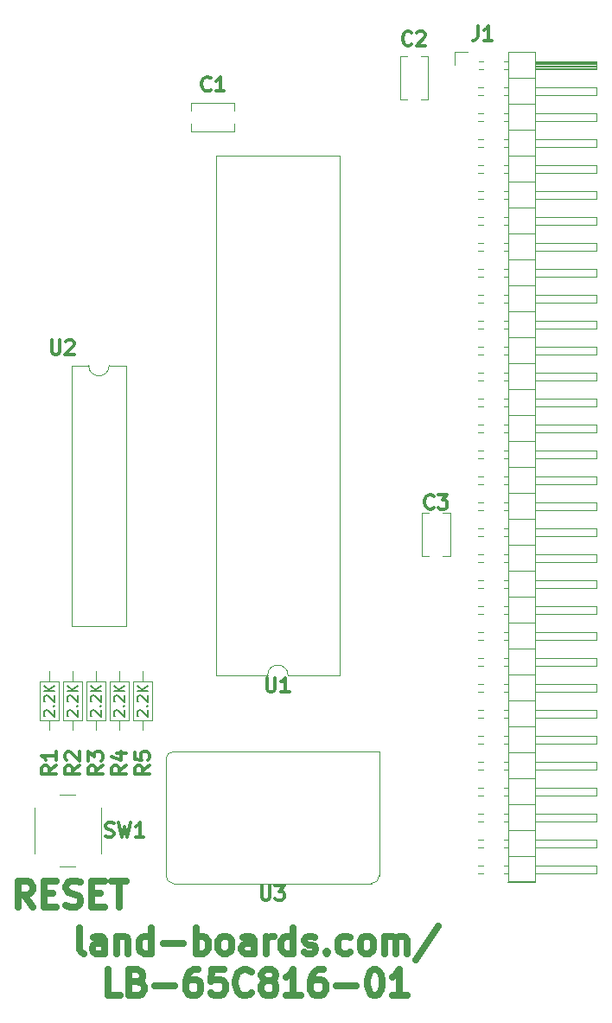
<source format=gto>
G04 #@! TF.GenerationSoftware,KiCad,Pcbnew,(6.0.1)*
G04 #@! TF.CreationDate,2022-09-09T17:08:23-04:00*
G04 #@! TF.ProjectId,LB-65C816-01,4c422d36-3543-4383-9136-2d30312e6b69,1*
G04 #@! TF.SameCoordinates,Original*
G04 #@! TF.FileFunction,Legend,Top*
G04 #@! TF.FilePolarity,Positive*
%FSLAX46Y46*%
G04 Gerber Fmt 4.6, Leading zero omitted, Abs format (unit mm)*
G04 Created by KiCad (PCBNEW (6.0.1)) date 2022-09-09 17:08:23*
%MOMM*%
%LPD*%
G01*
G04 APERTURE LIST*
%ADD10C,0.635000*%
%ADD11C,0.349250*%
%ADD12C,0.150000*%
%ADD13C,0.120000*%
G04 APERTURE END LIST*
D10*
X134740952Y-137039047D02*
X133894285Y-135829523D01*
X133289523Y-137039047D02*
X133289523Y-134499047D01*
X134257142Y-134499047D01*
X134499047Y-134620000D01*
X134620000Y-134740952D01*
X134740952Y-134982857D01*
X134740952Y-135345714D01*
X134620000Y-135587619D01*
X134499047Y-135708571D01*
X134257142Y-135829523D01*
X133289523Y-135829523D01*
X135829523Y-135708571D02*
X136676190Y-135708571D01*
X137039047Y-137039047D02*
X135829523Y-137039047D01*
X135829523Y-134499047D01*
X137039047Y-134499047D01*
X138006666Y-136918095D02*
X138369523Y-137039047D01*
X138974285Y-137039047D01*
X139216190Y-136918095D01*
X139337142Y-136797142D01*
X139458095Y-136555238D01*
X139458095Y-136313333D01*
X139337142Y-136071428D01*
X139216190Y-135950476D01*
X138974285Y-135829523D01*
X138490476Y-135708571D01*
X138248571Y-135587619D01*
X138127619Y-135466666D01*
X138006666Y-135224761D01*
X138006666Y-134982857D01*
X138127619Y-134740952D01*
X138248571Y-134620000D01*
X138490476Y-134499047D01*
X139095238Y-134499047D01*
X139458095Y-134620000D01*
X140546666Y-135708571D02*
X141393333Y-135708571D01*
X141756190Y-137039047D02*
X140546666Y-137039047D01*
X140546666Y-134499047D01*
X141756190Y-134499047D01*
X142481904Y-134499047D02*
X143933333Y-134499047D01*
X143207619Y-137039047D02*
X143207619Y-134499047D01*
X139724190Y-141598347D02*
X139482285Y-141477395D01*
X139361333Y-141235490D01*
X139361333Y-139058347D01*
X141780380Y-141598347D02*
X141780380Y-140267871D01*
X141659428Y-140025966D01*
X141417523Y-139905014D01*
X140933714Y-139905014D01*
X140691809Y-140025966D01*
X141780380Y-141477395D02*
X141538476Y-141598347D01*
X140933714Y-141598347D01*
X140691809Y-141477395D01*
X140570857Y-141235490D01*
X140570857Y-140993585D01*
X140691809Y-140751680D01*
X140933714Y-140630728D01*
X141538476Y-140630728D01*
X141780380Y-140509776D01*
X142989904Y-139905014D02*
X142989904Y-141598347D01*
X142989904Y-140146919D02*
X143110857Y-140025966D01*
X143352761Y-139905014D01*
X143715619Y-139905014D01*
X143957523Y-140025966D01*
X144078476Y-140267871D01*
X144078476Y-141598347D01*
X146376571Y-141598347D02*
X146376571Y-139058347D01*
X146376571Y-141477395D02*
X146134666Y-141598347D01*
X145650857Y-141598347D01*
X145408952Y-141477395D01*
X145288000Y-141356442D01*
X145167047Y-141114538D01*
X145167047Y-140388823D01*
X145288000Y-140146919D01*
X145408952Y-140025966D01*
X145650857Y-139905014D01*
X146134666Y-139905014D01*
X146376571Y-140025966D01*
X147586095Y-140630728D02*
X149521333Y-140630728D01*
X150730857Y-141598347D02*
X150730857Y-139058347D01*
X150730857Y-140025966D02*
X150972761Y-139905014D01*
X151456571Y-139905014D01*
X151698476Y-140025966D01*
X151819428Y-140146919D01*
X151940380Y-140388823D01*
X151940380Y-141114538D01*
X151819428Y-141356442D01*
X151698476Y-141477395D01*
X151456571Y-141598347D01*
X150972761Y-141598347D01*
X150730857Y-141477395D01*
X153391809Y-141598347D02*
X153149904Y-141477395D01*
X153028952Y-141356442D01*
X152908000Y-141114538D01*
X152908000Y-140388823D01*
X153028952Y-140146919D01*
X153149904Y-140025966D01*
X153391809Y-139905014D01*
X153754666Y-139905014D01*
X153996571Y-140025966D01*
X154117523Y-140146919D01*
X154238476Y-140388823D01*
X154238476Y-141114538D01*
X154117523Y-141356442D01*
X153996571Y-141477395D01*
X153754666Y-141598347D01*
X153391809Y-141598347D01*
X156415619Y-141598347D02*
X156415619Y-140267871D01*
X156294666Y-140025966D01*
X156052761Y-139905014D01*
X155568952Y-139905014D01*
X155327047Y-140025966D01*
X156415619Y-141477395D02*
X156173714Y-141598347D01*
X155568952Y-141598347D01*
X155327047Y-141477395D01*
X155206095Y-141235490D01*
X155206095Y-140993585D01*
X155327047Y-140751680D01*
X155568952Y-140630728D01*
X156173714Y-140630728D01*
X156415619Y-140509776D01*
X157625142Y-141598347D02*
X157625142Y-139905014D01*
X157625142Y-140388823D02*
X157746095Y-140146919D01*
X157867047Y-140025966D01*
X158108952Y-139905014D01*
X158350857Y-139905014D01*
X160286095Y-141598347D02*
X160286095Y-139058347D01*
X160286095Y-141477395D02*
X160044190Y-141598347D01*
X159560380Y-141598347D01*
X159318476Y-141477395D01*
X159197523Y-141356442D01*
X159076571Y-141114538D01*
X159076571Y-140388823D01*
X159197523Y-140146919D01*
X159318476Y-140025966D01*
X159560380Y-139905014D01*
X160044190Y-139905014D01*
X160286095Y-140025966D01*
X161374666Y-141477395D02*
X161616571Y-141598347D01*
X162100380Y-141598347D01*
X162342285Y-141477395D01*
X162463238Y-141235490D01*
X162463238Y-141114538D01*
X162342285Y-140872633D01*
X162100380Y-140751680D01*
X161737523Y-140751680D01*
X161495619Y-140630728D01*
X161374666Y-140388823D01*
X161374666Y-140267871D01*
X161495619Y-140025966D01*
X161737523Y-139905014D01*
X162100380Y-139905014D01*
X162342285Y-140025966D01*
X163551809Y-141356442D02*
X163672761Y-141477395D01*
X163551809Y-141598347D01*
X163430857Y-141477395D01*
X163551809Y-141356442D01*
X163551809Y-141598347D01*
X165849904Y-141477395D02*
X165608000Y-141598347D01*
X165124190Y-141598347D01*
X164882285Y-141477395D01*
X164761333Y-141356442D01*
X164640380Y-141114538D01*
X164640380Y-140388823D01*
X164761333Y-140146919D01*
X164882285Y-140025966D01*
X165124190Y-139905014D01*
X165608000Y-139905014D01*
X165849904Y-140025966D01*
X167301333Y-141598347D02*
X167059428Y-141477395D01*
X166938476Y-141356442D01*
X166817523Y-141114538D01*
X166817523Y-140388823D01*
X166938476Y-140146919D01*
X167059428Y-140025966D01*
X167301333Y-139905014D01*
X167664190Y-139905014D01*
X167906095Y-140025966D01*
X168027047Y-140146919D01*
X168148000Y-140388823D01*
X168148000Y-141114538D01*
X168027047Y-141356442D01*
X167906095Y-141477395D01*
X167664190Y-141598347D01*
X167301333Y-141598347D01*
X169236571Y-141598347D02*
X169236571Y-139905014D01*
X169236571Y-140146919D02*
X169357523Y-140025966D01*
X169599428Y-139905014D01*
X169962285Y-139905014D01*
X170204190Y-140025966D01*
X170325142Y-140267871D01*
X170325142Y-141598347D01*
X170325142Y-140267871D02*
X170446095Y-140025966D01*
X170688000Y-139905014D01*
X171050857Y-139905014D01*
X171292761Y-140025966D01*
X171413714Y-140267871D01*
X171413714Y-141598347D01*
X174437523Y-138937395D02*
X172260380Y-142203109D01*
X143352761Y-145687747D02*
X142143238Y-145687747D01*
X142143238Y-143147747D01*
X145046095Y-144357271D02*
X145408952Y-144478223D01*
X145529904Y-144599176D01*
X145650857Y-144841080D01*
X145650857Y-145203938D01*
X145529904Y-145445842D01*
X145408952Y-145566795D01*
X145167047Y-145687747D01*
X144199428Y-145687747D01*
X144199428Y-143147747D01*
X145046095Y-143147747D01*
X145288000Y-143268700D01*
X145408952Y-143389652D01*
X145529904Y-143631557D01*
X145529904Y-143873461D01*
X145408952Y-144115366D01*
X145288000Y-144236319D01*
X145046095Y-144357271D01*
X144199428Y-144357271D01*
X146739428Y-144720128D02*
X148674666Y-144720128D01*
X150972761Y-143147747D02*
X150488952Y-143147747D01*
X150247047Y-143268700D01*
X150126095Y-143389652D01*
X149884190Y-143752509D01*
X149763238Y-144236319D01*
X149763238Y-145203938D01*
X149884190Y-145445842D01*
X150005142Y-145566795D01*
X150247047Y-145687747D01*
X150730857Y-145687747D01*
X150972761Y-145566795D01*
X151093714Y-145445842D01*
X151214666Y-145203938D01*
X151214666Y-144599176D01*
X151093714Y-144357271D01*
X150972761Y-144236319D01*
X150730857Y-144115366D01*
X150247047Y-144115366D01*
X150005142Y-144236319D01*
X149884190Y-144357271D01*
X149763238Y-144599176D01*
X153512761Y-143147747D02*
X152303238Y-143147747D01*
X152182285Y-144357271D01*
X152303238Y-144236319D01*
X152545142Y-144115366D01*
X153149904Y-144115366D01*
X153391809Y-144236319D01*
X153512761Y-144357271D01*
X153633714Y-144599176D01*
X153633714Y-145203938D01*
X153512761Y-145445842D01*
X153391809Y-145566795D01*
X153149904Y-145687747D01*
X152545142Y-145687747D01*
X152303238Y-145566795D01*
X152182285Y-145445842D01*
X156173714Y-145445842D02*
X156052761Y-145566795D01*
X155689904Y-145687747D01*
X155448000Y-145687747D01*
X155085142Y-145566795D01*
X154843238Y-145324890D01*
X154722285Y-145082985D01*
X154601333Y-144599176D01*
X154601333Y-144236319D01*
X154722285Y-143752509D01*
X154843238Y-143510604D01*
X155085142Y-143268700D01*
X155448000Y-143147747D01*
X155689904Y-143147747D01*
X156052761Y-143268700D01*
X156173714Y-143389652D01*
X157625142Y-144236319D02*
X157383238Y-144115366D01*
X157262285Y-143994414D01*
X157141333Y-143752509D01*
X157141333Y-143631557D01*
X157262285Y-143389652D01*
X157383238Y-143268700D01*
X157625142Y-143147747D01*
X158108952Y-143147747D01*
X158350857Y-143268700D01*
X158471809Y-143389652D01*
X158592761Y-143631557D01*
X158592761Y-143752509D01*
X158471809Y-143994414D01*
X158350857Y-144115366D01*
X158108952Y-144236319D01*
X157625142Y-144236319D01*
X157383238Y-144357271D01*
X157262285Y-144478223D01*
X157141333Y-144720128D01*
X157141333Y-145203938D01*
X157262285Y-145445842D01*
X157383238Y-145566795D01*
X157625142Y-145687747D01*
X158108952Y-145687747D01*
X158350857Y-145566795D01*
X158471809Y-145445842D01*
X158592761Y-145203938D01*
X158592761Y-144720128D01*
X158471809Y-144478223D01*
X158350857Y-144357271D01*
X158108952Y-144236319D01*
X161011809Y-145687747D02*
X159560380Y-145687747D01*
X160286095Y-145687747D02*
X160286095Y-143147747D01*
X160044190Y-143510604D01*
X159802285Y-143752509D01*
X159560380Y-143873461D01*
X163188952Y-143147747D02*
X162705142Y-143147747D01*
X162463238Y-143268700D01*
X162342285Y-143389652D01*
X162100380Y-143752509D01*
X161979428Y-144236319D01*
X161979428Y-145203938D01*
X162100380Y-145445842D01*
X162221333Y-145566795D01*
X162463238Y-145687747D01*
X162947047Y-145687747D01*
X163188952Y-145566795D01*
X163309904Y-145445842D01*
X163430857Y-145203938D01*
X163430857Y-144599176D01*
X163309904Y-144357271D01*
X163188952Y-144236319D01*
X162947047Y-144115366D01*
X162463238Y-144115366D01*
X162221333Y-144236319D01*
X162100380Y-144357271D01*
X161979428Y-144599176D01*
X164519428Y-144720128D02*
X166454666Y-144720128D01*
X168148000Y-143147747D02*
X168389904Y-143147747D01*
X168631809Y-143268700D01*
X168752761Y-143389652D01*
X168873714Y-143631557D01*
X168994666Y-144115366D01*
X168994666Y-144720128D01*
X168873714Y-145203938D01*
X168752761Y-145445842D01*
X168631809Y-145566795D01*
X168389904Y-145687747D01*
X168148000Y-145687747D01*
X167906095Y-145566795D01*
X167785142Y-145445842D01*
X167664190Y-145203938D01*
X167543238Y-144720128D01*
X167543238Y-144115366D01*
X167664190Y-143631557D01*
X167785142Y-143389652D01*
X167906095Y-143268700D01*
X168148000Y-143147747D01*
X171413714Y-145687747D02*
X169962285Y-145687747D01*
X170688000Y-145687747D02*
X170688000Y-143147747D01*
X170446095Y-143510604D01*
X170204190Y-143752509D01*
X169962285Y-143873461D01*
D11*
X141901333Y-130105452D02*
X142100904Y-130171976D01*
X142433523Y-130171976D01*
X142566571Y-130105452D01*
X142633095Y-130038928D01*
X142699619Y-129905880D01*
X142699619Y-129772833D01*
X142633095Y-129639785D01*
X142566571Y-129573261D01*
X142433523Y-129506738D01*
X142167428Y-129440214D01*
X142034380Y-129373690D01*
X141967857Y-129307166D01*
X141901333Y-129174119D01*
X141901333Y-129041071D01*
X141967857Y-128908023D01*
X142034380Y-128841500D01*
X142167428Y-128774976D01*
X142500047Y-128774976D01*
X142699619Y-128841500D01*
X143165285Y-128774976D02*
X143497904Y-130171976D01*
X143764000Y-129174119D01*
X144030095Y-130171976D01*
X144362714Y-128774976D01*
X145626666Y-130171976D02*
X144828380Y-130171976D01*
X145227523Y-130171976D02*
X145227523Y-128774976D01*
X145094476Y-128974547D01*
X144961428Y-129107595D01*
X144828380Y-129174119D01*
X137029976Y-123168833D02*
X136364738Y-123634500D01*
X137029976Y-123967119D02*
X135632976Y-123967119D01*
X135632976Y-123434928D01*
X135699500Y-123301880D01*
X135766023Y-123235357D01*
X135899071Y-123168833D01*
X136098642Y-123168833D01*
X136231690Y-123235357D01*
X136298214Y-123301880D01*
X136364738Y-123434928D01*
X136364738Y-123967119D01*
X137029976Y-121838357D02*
X137029976Y-122636642D01*
X137029976Y-122237500D02*
X135632976Y-122237500D01*
X135832547Y-122370547D01*
X135965595Y-122503595D01*
X136032119Y-122636642D01*
D12*
X135945619Y-118340000D02*
X135898000Y-118292380D01*
X135850380Y-118197142D01*
X135850380Y-117959047D01*
X135898000Y-117863809D01*
X135945619Y-117816190D01*
X136040857Y-117768571D01*
X136136095Y-117768571D01*
X136278952Y-117816190D01*
X136850380Y-118387619D01*
X136850380Y-117768571D01*
X136755142Y-117340000D02*
X136802761Y-117292380D01*
X136850380Y-117340000D01*
X136802761Y-117387619D01*
X136755142Y-117340000D01*
X136850380Y-117340000D01*
X135945619Y-116911428D02*
X135898000Y-116863809D01*
X135850380Y-116768571D01*
X135850380Y-116530476D01*
X135898000Y-116435238D01*
X135945619Y-116387619D01*
X136040857Y-116340000D01*
X136136095Y-116340000D01*
X136278952Y-116387619D01*
X136850380Y-116959047D01*
X136850380Y-116340000D01*
X136850380Y-115911428D02*
X135850380Y-115911428D01*
X136850380Y-115340000D02*
X136278952Y-115768571D01*
X135850380Y-115340000D02*
X136421809Y-115911428D01*
D11*
X143887976Y-123168833D02*
X143222738Y-123634500D01*
X143887976Y-123967119D02*
X142490976Y-123967119D01*
X142490976Y-123434928D01*
X142557500Y-123301880D01*
X142624023Y-123235357D01*
X142757071Y-123168833D01*
X142956642Y-123168833D01*
X143089690Y-123235357D01*
X143156214Y-123301880D01*
X143222738Y-123434928D01*
X143222738Y-123967119D01*
X142956642Y-121971404D02*
X143887976Y-121971404D01*
X142424452Y-122304023D02*
X143422309Y-122636642D01*
X143422309Y-121771833D01*
D12*
X142803619Y-118340000D02*
X142756000Y-118292380D01*
X142708380Y-118197142D01*
X142708380Y-117959047D01*
X142756000Y-117863809D01*
X142803619Y-117816190D01*
X142898857Y-117768571D01*
X142994095Y-117768571D01*
X143136952Y-117816190D01*
X143708380Y-118387619D01*
X143708380Y-117768571D01*
X143613142Y-117340000D02*
X143660761Y-117292380D01*
X143708380Y-117340000D01*
X143660761Y-117387619D01*
X143613142Y-117340000D01*
X143708380Y-117340000D01*
X142803619Y-116911428D02*
X142756000Y-116863809D01*
X142708380Y-116768571D01*
X142708380Y-116530476D01*
X142756000Y-116435238D01*
X142803619Y-116387619D01*
X142898857Y-116340000D01*
X142994095Y-116340000D01*
X143136952Y-116387619D01*
X143708380Y-116959047D01*
X143708380Y-116340000D01*
X143708380Y-115911428D02*
X142708380Y-115911428D01*
X143708380Y-115340000D02*
X143136952Y-115768571D01*
X142708380Y-115340000D02*
X143279809Y-115911428D01*
D11*
X146173976Y-123168833D02*
X145508738Y-123634500D01*
X146173976Y-123967119D02*
X144776976Y-123967119D01*
X144776976Y-123434928D01*
X144843500Y-123301880D01*
X144910023Y-123235357D01*
X145043071Y-123168833D01*
X145242642Y-123168833D01*
X145375690Y-123235357D01*
X145442214Y-123301880D01*
X145508738Y-123434928D01*
X145508738Y-123967119D01*
X144776976Y-121904880D02*
X144776976Y-122570119D01*
X145442214Y-122636642D01*
X145375690Y-122570119D01*
X145309166Y-122437071D01*
X145309166Y-122104452D01*
X145375690Y-121971404D01*
X145442214Y-121904880D01*
X145575261Y-121838357D01*
X145907880Y-121838357D01*
X146040928Y-121904880D01*
X146107452Y-121971404D01*
X146173976Y-122104452D01*
X146173976Y-122437071D01*
X146107452Y-122570119D01*
X146040928Y-122636642D01*
D12*
X145089619Y-118340000D02*
X145042000Y-118292380D01*
X144994380Y-118197142D01*
X144994380Y-117959047D01*
X145042000Y-117863809D01*
X145089619Y-117816190D01*
X145184857Y-117768571D01*
X145280095Y-117768571D01*
X145422952Y-117816190D01*
X145994380Y-118387619D01*
X145994380Y-117768571D01*
X145899142Y-117340000D02*
X145946761Y-117292380D01*
X145994380Y-117340000D01*
X145946761Y-117387619D01*
X145899142Y-117340000D01*
X145994380Y-117340000D01*
X145089619Y-116911428D02*
X145042000Y-116863809D01*
X144994380Y-116768571D01*
X144994380Y-116530476D01*
X145042000Y-116435238D01*
X145089619Y-116387619D01*
X145184857Y-116340000D01*
X145280095Y-116340000D01*
X145422952Y-116387619D01*
X145994380Y-116959047D01*
X145994380Y-116340000D01*
X145994380Y-115911428D02*
X144994380Y-115911428D01*
X145994380Y-115340000D02*
X145422952Y-115768571D01*
X144994380Y-115340000D02*
X145565809Y-115911428D01*
D11*
X139315976Y-123168833D02*
X138650738Y-123634500D01*
X139315976Y-123967119D02*
X137918976Y-123967119D01*
X137918976Y-123434928D01*
X137985500Y-123301880D01*
X138052023Y-123235357D01*
X138185071Y-123168833D01*
X138384642Y-123168833D01*
X138517690Y-123235357D01*
X138584214Y-123301880D01*
X138650738Y-123434928D01*
X138650738Y-123967119D01*
X138052023Y-122636642D02*
X137985500Y-122570119D01*
X137918976Y-122437071D01*
X137918976Y-122104452D01*
X137985500Y-121971404D01*
X138052023Y-121904880D01*
X138185071Y-121838357D01*
X138318119Y-121838357D01*
X138517690Y-121904880D01*
X139315976Y-122703166D01*
X139315976Y-121838357D01*
D12*
X138231619Y-118340000D02*
X138184000Y-118292380D01*
X138136380Y-118197142D01*
X138136380Y-117959047D01*
X138184000Y-117863809D01*
X138231619Y-117816190D01*
X138326857Y-117768571D01*
X138422095Y-117768571D01*
X138564952Y-117816190D01*
X139136380Y-118387619D01*
X139136380Y-117768571D01*
X139041142Y-117340000D02*
X139088761Y-117292380D01*
X139136380Y-117340000D01*
X139088761Y-117387619D01*
X139041142Y-117340000D01*
X139136380Y-117340000D01*
X138231619Y-116911428D02*
X138184000Y-116863809D01*
X138136380Y-116768571D01*
X138136380Y-116530476D01*
X138184000Y-116435238D01*
X138231619Y-116387619D01*
X138326857Y-116340000D01*
X138422095Y-116340000D01*
X138564952Y-116387619D01*
X139136380Y-116959047D01*
X139136380Y-116340000D01*
X139136380Y-115911428D02*
X138136380Y-115911428D01*
X139136380Y-115340000D02*
X138564952Y-115768571D01*
X138136380Y-115340000D02*
X138707809Y-115911428D01*
D11*
X141601976Y-123168833D02*
X140936738Y-123634500D01*
X141601976Y-123967119D02*
X140204976Y-123967119D01*
X140204976Y-123434928D01*
X140271500Y-123301880D01*
X140338023Y-123235357D01*
X140471071Y-123168833D01*
X140670642Y-123168833D01*
X140803690Y-123235357D01*
X140870214Y-123301880D01*
X140936738Y-123434928D01*
X140936738Y-123967119D01*
X140204976Y-122703166D02*
X140204976Y-121838357D01*
X140737166Y-122304023D01*
X140737166Y-122104452D01*
X140803690Y-121971404D01*
X140870214Y-121904880D01*
X141003261Y-121838357D01*
X141335880Y-121838357D01*
X141468928Y-121904880D01*
X141535452Y-121971404D01*
X141601976Y-122104452D01*
X141601976Y-122503595D01*
X141535452Y-122636642D01*
X141468928Y-122703166D01*
D12*
X140517619Y-118340000D02*
X140470000Y-118292380D01*
X140422380Y-118197142D01*
X140422380Y-117959047D01*
X140470000Y-117863809D01*
X140517619Y-117816190D01*
X140612857Y-117768571D01*
X140708095Y-117768571D01*
X140850952Y-117816190D01*
X141422380Y-118387619D01*
X141422380Y-117768571D01*
X141327142Y-117340000D02*
X141374761Y-117292380D01*
X141422380Y-117340000D01*
X141374761Y-117387619D01*
X141327142Y-117340000D01*
X141422380Y-117340000D01*
X140517619Y-116911428D02*
X140470000Y-116863809D01*
X140422380Y-116768571D01*
X140422380Y-116530476D01*
X140470000Y-116435238D01*
X140517619Y-116387619D01*
X140612857Y-116340000D01*
X140708095Y-116340000D01*
X140850952Y-116387619D01*
X141422380Y-116959047D01*
X141422380Y-116340000D01*
X141422380Y-115911428D02*
X140422380Y-115911428D01*
X141422380Y-115340000D02*
X140850952Y-115768571D01*
X140422380Y-115340000D02*
X140993809Y-115911428D01*
D11*
X157177619Y-134954976D02*
X157177619Y-136085880D01*
X157244142Y-136218928D01*
X157310666Y-136285452D01*
X157443714Y-136351976D01*
X157709809Y-136351976D01*
X157842857Y-136285452D01*
X157909380Y-136218928D01*
X157975904Y-136085880D01*
X157975904Y-134954976D01*
X158508095Y-134954976D02*
X159372904Y-134954976D01*
X158907238Y-135487166D01*
X159106809Y-135487166D01*
X159239857Y-135553690D01*
X159306380Y-135620214D01*
X159372904Y-135753261D01*
X159372904Y-136085880D01*
X159306380Y-136218928D01*
X159239857Y-136285452D01*
X159106809Y-136351976D01*
X158707666Y-136351976D01*
X158574619Y-136285452D01*
X158508095Y-136218928D01*
X136603619Y-81530976D02*
X136603619Y-82661880D01*
X136670142Y-82794928D01*
X136736666Y-82861452D01*
X136869714Y-82927976D01*
X137135809Y-82927976D01*
X137268857Y-82861452D01*
X137335380Y-82794928D01*
X137401904Y-82661880D01*
X137401904Y-81530976D01*
X138000619Y-81664023D02*
X138067142Y-81597500D01*
X138200190Y-81530976D01*
X138532809Y-81530976D01*
X138665857Y-81597500D01*
X138732380Y-81664023D01*
X138798904Y-81797071D01*
X138798904Y-81930119D01*
X138732380Y-82129690D01*
X137934095Y-82927976D01*
X138798904Y-82927976D01*
X157690619Y-114589976D02*
X157690619Y-115720880D01*
X157757142Y-115853928D01*
X157823666Y-115920452D01*
X157956714Y-115986976D01*
X158222809Y-115986976D01*
X158355857Y-115920452D01*
X158422380Y-115853928D01*
X158488904Y-115720880D01*
X158488904Y-114589976D01*
X159885904Y-115986976D02*
X159087619Y-115986976D01*
X159486761Y-115986976D02*
X159486761Y-114589976D01*
X159353714Y-114789547D01*
X159220666Y-114922595D01*
X159087619Y-114989119D01*
X178350333Y-50796976D02*
X178350333Y-51794833D01*
X178283809Y-51994404D01*
X178150761Y-52127452D01*
X177951190Y-52193976D01*
X177818142Y-52193976D01*
X179747333Y-52193976D02*
X178949047Y-52193976D01*
X179348190Y-52193976D02*
X179348190Y-50796976D01*
X179215142Y-50996547D01*
X179082095Y-51129595D01*
X178949047Y-51196119D01*
X152167166Y-57013928D02*
X152100642Y-57080452D01*
X151901071Y-57146976D01*
X151768023Y-57146976D01*
X151568452Y-57080452D01*
X151435404Y-56947404D01*
X151368880Y-56814357D01*
X151302357Y-56548261D01*
X151302357Y-56348690D01*
X151368880Y-56082595D01*
X151435404Y-55949547D01*
X151568452Y-55816500D01*
X151768023Y-55749976D01*
X151901071Y-55749976D01*
X152100642Y-55816500D01*
X152167166Y-55883023D01*
X153497642Y-57146976D02*
X152699357Y-57146976D01*
X153098500Y-57146976D02*
X153098500Y-55749976D01*
X152965452Y-55949547D01*
X152832404Y-56082595D01*
X152699357Y-56149119D01*
X171852166Y-52568928D02*
X171785642Y-52635452D01*
X171586071Y-52701976D01*
X171453023Y-52701976D01*
X171253452Y-52635452D01*
X171120404Y-52502404D01*
X171053880Y-52369357D01*
X170987357Y-52103261D01*
X170987357Y-51903690D01*
X171053880Y-51637595D01*
X171120404Y-51504547D01*
X171253452Y-51371500D01*
X171453023Y-51304976D01*
X171586071Y-51304976D01*
X171785642Y-51371500D01*
X171852166Y-51438023D01*
X172384357Y-51438023D02*
X172450880Y-51371500D01*
X172583928Y-51304976D01*
X172916547Y-51304976D01*
X173049595Y-51371500D01*
X173116119Y-51438023D01*
X173182642Y-51571071D01*
X173182642Y-51704119D01*
X173116119Y-51903690D01*
X172317833Y-52701976D01*
X173182642Y-52701976D01*
X174011166Y-97927928D02*
X173944642Y-97994452D01*
X173745071Y-98060976D01*
X173612023Y-98060976D01*
X173412452Y-97994452D01*
X173279404Y-97861404D01*
X173212880Y-97728357D01*
X173146357Y-97462261D01*
X173146357Y-97262690D01*
X173212880Y-96996595D01*
X173279404Y-96863547D01*
X173412452Y-96730500D01*
X173612023Y-96663976D01*
X173745071Y-96663976D01*
X173944642Y-96730500D01*
X174011166Y-96797023D01*
X174476833Y-96663976D02*
X175341642Y-96663976D01*
X174875976Y-97196166D01*
X175075547Y-97196166D01*
X175208595Y-97262690D01*
X175275119Y-97329214D01*
X175341642Y-97462261D01*
X175341642Y-97794880D01*
X175275119Y-97927928D01*
X175208595Y-97994452D01*
X175075547Y-98060976D01*
X174676404Y-98060976D01*
X174543357Y-97994452D01*
X174476833Y-97927928D01*
D13*
X134926000Y-127290000D02*
X134926000Y-131790000D01*
X138926000Y-126040000D02*
X137426000Y-126040000D01*
X137426000Y-133040000D02*
X138926000Y-133040000D01*
X141426000Y-131790000D02*
X141426000Y-127290000D01*
X136398000Y-119710000D02*
X136398000Y-118760000D01*
X135478000Y-118760000D02*
X137318000Y-118760000D01*
X136398000Y-113970000D02*
X136398000Y-114920000D01*
X137318000Y-118760000D02*
X137318000Y-114920000D01*
X135478000Y-114920000D02*
X135478000Y-118760000D01*
X137318000Y-114920000D02*
X135478000Y-114920000D01*
X144176000Y-114920000D02*
X142336000Y-114920000D01*
X142336000Y-114920000D02*
X142336000Y-118760000D01*
X144176000Y-118760000D02*
X144176000Y-114920000D01*
X143256000Y-113970000D02*
X143256000Y-114920000D01*
X142336000Y-118760000D02*
X144176000Y-118760000D01*
X143256000Y-119710000D02*
X143256000Y-118760000D01*
X146462000Y-114920000D02*
X144622000Y-114920000D01*
X144622000Y-114920000D02*
X144622000Y-118760000D01*
X146462000Y-118760000D02*
X146462000Y-114920000D01*
X145542000Y-113970000D02*
X145542000Y-114920000D01*
X144622000Y-118760000D02*
X146462000Y-118760000D01*
X145542000Y-119710000D02*
X145542000Y-118760000D01*
X139604000Y-114920000D02*
X137764000Y-114920000D01*
X137764000Y-114920000D02*
X137764000Y-118760000D01*
X139604000Y-118760000D02*
X139604000Y-114920000D01*
X138684000Y-113970000D02*
X138684000Y-114920000D01*
X137764000Y-118760000D02*
X139604000Y-118760000D01*
X138684000Y-119710000D02*
X138684000Y-118760000D01*
X141890000Y-114920000D02*
X140050000Y-114920000D01*
X140050000Y-114920000D02*
X140050000Y-118760000D01*
X141890000Y-118760000D02*
X141890000Y-114920000D01*
X140970000Y-113970000D02*
X140970000Y-114920000D01*
X140050000Y-118760000D02*
X141890000Y-118760000D01*
X140970000Y-119710000D02*
X140970000Y-118760000D01*
X168692000Y-121820000D02*
X148542000Y-121820000D01*
X168692000Y-133970000D02*
X168692000Y-121820000D01*
X148542000Y-134720000D02*
X167942000Y-134720000D01*
X147792000Y-122570000D02*
X147792000Y-133970000D01*
X167942000Y-134720000D02*
G75*
G03*
X168692000Y-133970000I0J750000D01*
G01*
X147792000Y-133970000D02*
G75*
G03*
X148542000Y-134720000I750000J0D01*
G01*
X148542000Y-121820000D02*
G75*
G03*
X147792000Y-122570000I0J-750000D01*
G01*
X138584000Y-109539000D02*
X143884000Y-109539000D01*
X143884000Y-109539000D02*
X143884000Y-84019000D01*
X143884000Y-84019000D02*
X142234000Y-84019000D01*
X140234000Y-84019000D02*
X138584000Y-84019000D01*
X138584000Y-84019000D02*
X138584000Y-109539000D01*
X140234000Y-84019000D02*
G75*
G03*
X142234000Y-84019000I1000000J0D01*
G01*
X164815000Y-114355000D02*
X164815000Y-63435000D01*
X152695000Y-63435000D02*
X152695000Y-114355000D01*
X164815000Y-63435000D02*
X152695000Y-63435000D01*
X152695000Y-114355000D02*
X157755000Y-114355000D01*
X159755000Y-114355000D02*
X164815000Y-114355000D01*
X159755000Y-114355000D02*
G75*
G03*
X157755000Y-114355000I-1000000J0D01*
G01*
X189990000Y-90555000D02*
X183990000Y-90555000D01*
X183990000Y-59315000D02*
X189990000Y-59315000D01*
X181330000Y-66045000D02*
X183990000Y-66045000D01*
X180932929Y-75315000D02*
X181330000Y-75315000D01*
X178392929Y-72775000D02*
X178847071Y-72775000D01*
X178392929Y-93095000D02*
X178847071Y-93095000D01*
X189990000Y-67695000D02*
X183990000Y-67695000D01*
X189990000Y-84715000D02*
X189990000Y-85475000D01*
X178392929Y-98175000D02*
X178847071Y-98175000D01*
X178392929Y-67695000D02*
X178847071Y-67695000D01*
X178392929Y-107575000D02*
X178847071Y-107575000D01*
X178392929Y-57535000D02*
X178847071Y-57535000D01*
X178392929Y-70235000D02*
X178847071Y-70235000D01*
X181330000Y-53285000D02*
X181330000Y-134625000D01*
X189990000Y-131195000D02*
X183990000Y-131195000D01*
X180932929Y-97415000D02*
X181330000Y-97415000D01*
X180932929Y-105795000D02*
X181330000Y-105795000D01*
X189990000Y-110115000D02*
X189990000Y-110875000D01*
X178392929Y-115195000D02*
X178847071Y-115195000D01*
X180932929Y-99955000D02*
X181330000Y-99955000D01*
X180932929Y-121035000D02*
X181330000Y-121035000D01*
X189990000Y-69475000D02*
X189990000Y-70235000D01*
X180932929Y-74555000D02*
X181330000Y-74555000D01*
X189990000Y-105795000D02*
X183990000Y-105795000D01*
X183990000Y-72015000D02*
X189990000Y-72015000D01*
X178392929Y-82935000D02*
X178847071Y-82935000D01*
X178392929Y-80395000D02*
X178847071Y-80395000D01*
X181330000Y-129545000D02*
X183990000Y-129545000D01*
X181330000Y-96525000D02*
X183990000Y-96525000D01*
X183990000Y-112655000D02*
X189990000Y-112655000D01*
X180932929Y-79635000D02*
X181330000Y-79635000D01*
X183990000Y-54235000D02*
X189990000Y-54235000D01*
X180932929Y-82935000D02*
X181330000Y-82935000D01*
X180932929Y-92335000D02*
X181330000Y-92335000D01*
X178392929Y-62615000D02*
X178847071Y-62615000D01*
X183990000Y-110115000D02*
X189990000Y-110115000D01*
X178392929Y-82175000D02*
X178847071Y-82175000D01*
X189990000Y-82935000D02*
X183990000Y-82935000D01*
X180932929Y-66935000D02*
X181330000Y-66935000D01*
X178392929Y-64395000D02*
X178847071Y-64395000D01*
X181330000Y-99065000D02*
X183990000Y-99065000D01*
X189990000Y-85475000D02*
X183990000Y-85475000D01*
D12*
X181330000Y-134625000D02*
X183990000Y-134625000D01*
D13*
X180932929Y-113415000D02*
X181330000Y-113415000D01*
X178392929Y-105795000D02*
X178847071Y-105795000D01*
X180932929Y-103255000D02*
X181330000Y-103255000D01*
X178392929Y-110115000D02*
X178847071Y-110115000D01*
X181330000Y-116845000D02*
X183990000Y-116845000D01*
X181330000Y-132085000D02*
X183990000Y-132085000D01*
X180932929Y-128655000D02*
X181330000Y-128655000D01*
X180932929Y-87255000D02*
X181330000Y-87255000D01*
X178392929Y-88015000D02*
X178847071Y-88015000D01*
X178392929Y-125355000D02*
X178847071Y-125355000D01*
X181330000Y-81285000D02*
X183990000Y-81285000D01*
X178392929Y-127895000D02*
X178847071Y-127895000D01*
X180932929Y-62615000D02*
X181330000Y-62615000D01*
X178392929Y-132975000D02*
X178847071Y-132975000D01*
X180932929Y-54995000D02*
X181330000Y-54995000D01*
X189990000Y-112655000D02*
X189990000Y-113415000D01*
X180932929Y-127895000D02*
X181330000Y-127895000D01*
X181330000Y-119385000D02*
X183990000Y-119385000D01*
X183990000Y-54535000D02*
X189990000Y-54535000D01*
X189990000Y-123575000D02*
X183990000Y-123575000D01*
X183990000Y-66935000D02*
X189990000Y-66935000D01*
X178392929Y-120275000D02*
X178847071Y-120275000D01*
X189990000Y-128655000D02*
X183990000Y-128655000D01*
X189990000Y-95635000D02*
X183990000Y-95635000D01*
X189990000Y-70235000D02*
X183990000Y-70235000D01*
X181330000Y-101605000D02*
X183990000Y-101605000D01*
X183990000Y-107575000D02*
X189990000Y-107575000D01*
X178460000Y-54995000D02*
X178847071Y-54995000D01*
X180932929Y-123575000D02*
X181330000Y-123575000D01*
X180932929Y-110875000D02*
X181330000Y-110875000D01*
X189990000Y-115955000D02*
X183990000Y-115955000D01*
X181330000Y-55885000D02*
X183990000Y-55885000D01*
X189990000Y-72015000D02*
X189990000Y-72775000D01*
X183990000Y-56775000D02*
X189990000Y-56775000D01*
X189990000Y-92335000D02*
X189990000Y-93095000D01*
X183990000Y-54775000D02*
X189990000Y-54775000D01*
X189990000Y-56775000D02*
X189990000Y-57535000D01*
X181330000Y-78745000D02*
X183990000Y-78745000D01*
X178392929Y-87255000D02*
X178847071Y-87255000D01*
X181330000Y-121925000D02*
X183990000Y-121925000D01*
X183990000Y-61855000D02*
X189990000Y-61855000D01*
X189990000Y-66935000D02*
X189990000Y-67695000D01*
X183990000Y-132975000D02*
X189990000Y-132975000D01*
X183990000Y-54415000D02*
X189990000Y-54415000D01*
X189990000Y-132975000D02*
X189990000Y-133735000D01*
X180932929Y-84715000D02*
X181330000Y-84715000D01*
X178392929Y-94875000D02*
X178847071Y-94875000D01*
X178392929Y-59315000D02*
X178847071Y-59315000D01*
X181330000Y-93985000D02*
X183990000Y-93985000D01*
X180932929Y-115195000D02*
X181330000Y-115195000D01*
X180932929Y-125355000D02*
X181330000Y-125355000D01*
X189990000Y-98175000D02*
X183990000Y-98175000D01*
X189990000Y-121035000D02*
X183990000Y-121035000D01*
X178392929Y-74555000D02*
X178847071Y-74555000D01*
X178392929Y-92335000D02*
X178847071Y-92335000D01*
X183990000Y-92335000D02*
X189990000Y-92335000D01*
X183990000Y-54295000D02*
X189990000Y-54295000D01*
X183990000Y-102495000D02*
X189990000Y-102495000D01*
X178392929Y-84715000D02*
X178847071Y-84715000D01*
X189990000Y-54995000D02*
X183990000Y-54995000D01*
X180932929Y-95635000D02*
X181330000Y-95635000D01*
X180932929Y-118495000D02*
X181330000Y-118495000D01*
X183990000Y-105035000D02*
X189990000Y-105035000D01*
X181330000Y-60965000D02*
X183990000Y-60965000D01*
X178392929Y-118495000D02*
X178847071Y-118495000D01*
X189990000Y-89795000D02*
X189990000Y-90555000D01*
X180932929Y-102495000D02*
X181330000Y-102495000D01*
X189990000Y-54235000D02*
X189990000Y-54995000D01*
X181330000Y-83825000D02*
X183990000Y-83825000D01*
X180932929Y-122815000D02*
X181330000Y-122815000D01*
X181330000Y-71125000D02*
X183990000Y-71125000D01*
X178392929Y-97415000D02*
X178847071Y-97415000D01*
X181330000Y-104145000D02*
X183990000Y-104145000D01*
X183990000Y-77095000D02*
X189990000Y-77095000D01*
X180932929Y-115955000D02*
X181330000Y-115955000D01*
X180932929Y-60075000D02*
X181330000Y-60075000D01*
X178392929Y-99955000D02*
X178847071Y-99955000D01*
X181330000Y-111765000D02*
X183990000Y-111765000D01*
X178392929Y-61855000D02*
X178847071Y-61855000D01*
X180932929Y-90555000D02*
X181330000Y-90555000D01*
X189990000Y-108335000D02*
X183990000Y-108335000D01*
X183990000Y-94875000D02*
X189990000Y-94875000D01*
X189990000Y-88015000D02*
X183990000Y-88015000D01*
X183990000Y-130435000D02*
X189990000Y-130435000D01*
X189990000Y-72775000D02*
X183990000Y-72775000D01*
X189990000Y-130435000D02*
X189990000Y-131195000D01*
X180932929Y-77095000D02*
X181330000Y-77095000D01*
X180932929Y-59315000D02*
X181330000Y-59315000D01*
X189990000Y-113415000D02*
X183990000Y-113415000D01*
X189990000Y-117735000D02*
X189990000Y-118495000D01*
X180932929Y-72775000D02*
X181330000Y-72775000D01*
X180932929Y-65155000D02*
X181330000Y-65155000D01*
X178392929Y-56775000D02*
X178847071Y-56775000D01*
X180932929Y-112655000D02*
X181330000Y-112655000D01*
X189990000Y-115195000D02*
X189990000Y-115955000D01*
X189990000Y-79635000D02*
X189990000Y-80395000D01*
X181330000Y-76205000D02*
X183990000Y-76205000D01*
X189990000Y-77855000D02*
X183990000Y-77855000D01*
X180932929Y-72015000D02*
X181330000Y-72015000D01*
X189990000Y-107575000D02*
X189990000Y-108335000D01*
X189990000Y-125355000D02*
X189990000Y-126115000D01*
X178392929Y-65155000D02*
X178847071Y-65155000D01*
X180932929Y-57535000D02*
X181330000Y-57535000D01*
X178392929Y-69475000D02*
X178847071Y-69475000D01*
X178392929Y-79635000D02*
X178847071Y-79635000D01*
X183990000Y-99955000D02*
X189990000Y-99955000D01*
X178392929Y-72015000D02*
X178847071Y-72015000D01*
X189990000Y-82175000D02*
X189990000Y-82935000D01*
X181330000Y-109225000D02*
X183990000Y-109225000D01*
X183990000Y-125355000D02*
X189990000Y-125355000D01*
X181330000Y-86365000D02*
X183990000Y-86365000D01*
X189990000Y-64395000D02*
X189990000Y-65155000D01*
X183990000Y-117735000D02*
X189990000Y-117735000D01*
X189990000Y-65155000D02*
X183990000Y-65155000D01*
X181330000Y-106685000D02*
X183990000Y-106685000D01*
X178392929Y-110875000D02*
X178847071Y-110875000D01*
X183990000Y-69475000D02*
X189990000Y-69475000D01*
X178392929Y-100715000D02*
X178847071Y-100715000D01*
X181330000Y-68585000D02*
X183990000Y-68585000D01*
X189990000Y-75315000D02*
X183990000Y-75315000D01*
X180932929Y-126115000D02*
X181330000Y-126115000D01*
X178392929Y-77095000D02*
X178847071Y-77095000D01*
X189990000Y-80395000D02*
X183990000Y-80395000D01*
X181330000Y-63505000D02*
X183990000Y-63505000D01*
X178392929Y-123575000D02*
X178847071Y-123575000D01*
X180932929Y-88015000D02*
X181330000Y-88015000D01*
X189990000Y-118495000D02*
X183990000Y-118495000D01*
X176080000Y-53345000D02*
X177350000Y-53345000D01*
X189990000Y-94875000D02*
X189990000Y-95635000D01*
X189990000Y-127895000D02*
X189990000Y-128655000D01*
X178460000Y-54235000D02*
X178847071Y-54235000D01*
X183990000Y-89795000D02*
X189990000Y-89795000D01*
X180932929Y-133735000D02*
X181330000Y-133735000D01*
X183990000Y-54895000D02*
X189990000Y-54895000D01*
X178392929Y-85475000D02*
X178847071Y-85475000D01*
X178392929Y-75315000D02*
X178847071Y-75315000D01*
X178392929Y-121035000D02*
X178847071Y-121035000D01*
X178392929Y-102495000D02*
X178847071Y-102495000D01*
X178392929Y-112655000D02*
X178847071Y-112655000D01*
X180932929Y-67695000D02*
X181330000Y-67695000D01*
X183990000Y-127895000D02*
X189990000Y-127895000D01*
X178392929Y-128655000D02*
X178847071Y-128655000D01*
X180932929Y-131195000D02*
X181330000Y-131195000D01*
X189990000Y-122815000D02*
X189990000Y-123575000D01*
X183990000Y-64395000D02*
X189990000Y-64395000D01*
X180932929Y-94875000D02*
X181330000Y-94875000D01*
X183990000Y-54655000D02*
X189990000Y-54655000D01*
X189990000Y-120275000D02*
X189990000Y-121035000D01*
X180932929Y-85475000D02*
X181330000Y-85475000D01*
X180932929Y-64395000D02*
X181330000Y-64395000D01*
X178392929Y-133735000D02*
X178847071Y-133735000D01*
X189990000Y-110875000D02*
X183990000Y-110875000D01*
X181330000Y-88905000D02*
X183990000Y-88905000D01*
X180932929Y-108335000D02*
X181330000Y-108335000D01*
X178392929Y-105035000D02*
X178847071Y-105035000D01*
X180932929Y-77855000D02*
X181330000Y-77855000D01*
X180932929Y-89795000D02*
X181330000Y-89795000D01*
X181330000Y-91445000D02*
X183990000Y-91445000D01*
X180932929Y-107575000D02*
X181330000Y-107575000D01*
X180932929Y-105035000D02*
X181330000Y-105035000D01*
X178392929Y-131195000D02*
X178847071Y-131195000D01*
X178392929Y-89795000D02*
X178847071Y-89795000D01*
X183990000Y-134625000D02*
X183990000Y-53285000D01*
X178392929Y-90555000D02*
X178847071Y-90555000D01*
X183990000Y-87255000D02*
X189990000Y-87255000D01*
X178392929Y-60075000D02*
X178847071Y-60075000D01*
X181330000Y-127005000D02*
X183990000Y-127005000D01*
X189990000Y-62615000D02*
X183990000Y-62615000D01*
X178392929Y-108335000D02*
X178847071Y-108335000D01*
X178392929Y-95635000D02*
X178847071Y-95635000D01*
X180932929Y-61855000D02*
X181330000Y-61855000D01*
X189990000Y-74555000D02*
X189990000Y-75315000D01*
X178392929Y-77855000D02*
X178847071Y-77855000D01*
X189990000Y-87255000D02*
X189990000Y-88015000D01*
X178392929Y-122815000D02*
X178847071Y-122815000D01*
X180932929Y-70235000D02*
X181330000Y-70235000D01*
X178392929Y-103255000D02*
X178847071Y-103255000D01*
X180932929Y-69475000D02*
X181330000Y-69475000D01*
X180932929Y-98175000D02*
X181330000Y-98175000D01*
X181330000Y-114305000D02*
X183990000Y-114305000D01*
X189990000Y-100715000D02*
X183990000Y-100715000D01*
X183990000Y-120275000D02*
X189990000Y-120275000D01*
X180932929Y-117735000D02*
X181330000Y-117735000D01*
X180932929Y-80395000D02*
X181330000Y-80395000D01*
X180932929Y-110115000D02*
X181330000Y-110115000D01*
X189990000Y-61855000D02*
X189990000Y-62615000D01*
X180932929Y-132975000D02*
X181330000Y-132975000D01*
X189990000Y-59315000D02*
X189990000Y-60075000D01*
X183990000Y-79635000D02*
X189990000Y-79635000D01*
X178392929Y-66935000D02*
X178847071Y-66935000D01*
X180932929Y-56775000D02*
X181330000Y-56775000D01*
X180932929Y-100715000D02*
X181330000Y-100715000D01*
X189990000Y-102495000D02*
X189990000Y-103255000D01*
X180932929Y-54235000D02*
X181330000Y-54235000D01*
X183990000Y-84715000D02*
X189990000Y-84715000D01*
X183990000Y-74555000D02*
X189990000Y-74555000D01*
X189990000Y-93095000D02*
X183990000Y-93095000D01*
X189990000Y-57535000D02*
X183990000Y-57535000D01*
X176080000Y-54615000D02*
X176080000Y-53345000D01*
X180932929Y-93095000D02*
X181330000Y-93095000D01*
X189990000Y-77095000D02*
X189990000Y-77855000D01*
X181330000Y-58425000D02*
X183990000Y-58425000D01*
X180932929Y-130435000D02*
X181330000Y-130435000D01*
X178392929Y-117735000D02*
X178847071Y-117735000D01*
X183990000Y-115195000D02*
X189990000Y-115195000D01*
X189990000Y-133735000D02*
X183990000Y-133735000D01*
X183990000Y-53285000D02*
X181330000Y-53285000D01*
X189990000Y-99955000D02*
X189990000Y-100715000D01*
X178392929Y-113415000D02*
X178847071Y-113415000D01*
X180932929Y-120275000D02*
X181330000Y-120275000D01*
X189990000Y-105035000D02*
X189990000Y-105795000D01*
X183990000Y-97415000D02*
X189990000Y-97415000D01*
X178392929Y-126115000D02*
X178847071Y-126115000D01*
X189990000Y-60075000D02*
X183990000Y-60075000D01*
X178392929Y-115955000D02*
X178847071Y-115955000D01*
X181330000Y-73665000D02*
X183990000Y-73665000D01*
X189990000Y-126115000D02*
X183990000Y-126115000D01*
X180932929Y-82175000D02*
X181330000Y-82175000D01*
X189990000Y-103255000D02*
X183990000Y-103255000D01*
X183990000Y-82175000D02*
X189990000Y-82175000D01*
X178392929Y-130435000D02*
X178847071Y-130435000D01*
X189990000Y-97415000D02*
X189990000Y-98175000D01*
X183990000Y-122815000D02*
X189990000Y-122815000D01*
X181330000Y-124465000D02*
X183990000Y-124465000D01*
X150280000Y-58320000D02*
X154520000Y-58320000D01*
X154520000Y-60355000D02*
X154520000Y-61060000D01*
X154520000Y-58320000D02*
X154520000Y-59025000D01*
X150280000Y-61060000D02*
X154520000Y-61060000D01*
X150280000Y-60355000D02*
X150280000Y-61060000D01*
X150280000Y-58320000D02*
X150280000Y-59025000D01*
X173455000Y-58000000D02*
X173455000Y-53760000D01*
X172750000Y-58000000D02*
X173455000Y-58000000D01*
X172750000Y-53760000D02*
X173455000Y-53760000D01*
X170715000Y-58000000D02*
X171420000Y-58000000D01*
X170715000Y-53760000D02*
X171420000Y-53760000D01*
X170715000Y-58000000D02*
X170715000Y-53760000D01*
X174909000Y-98464000D02*
X175614000Y-98464000D01*
X172874000Y-102704000D02*
X172874000Y-98464000D01*
X175614000Y-102704000D02*
X175614000Y-98464000D01*
X172874000Y-98464000D02*
X173579000Y-98464000D01*
X174909000Y-102704000D02*
X175614000Y-102704000D01*
X172874000Y-102704000D02*
X173579000Y-102704000D01*
M02*

</source>
